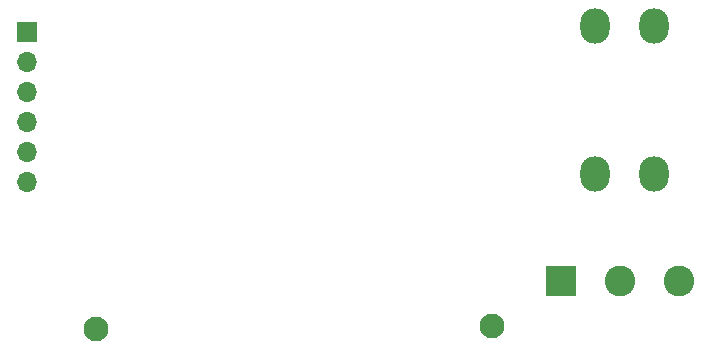
<source format=gbs>
%TF.GenerationSoftware,KiCad,Pcbnew,(5.1.10)-1*%
%TF.CreationDate,2021-09-30T00:23:06-04:00*%
%TF.ProjectId,soil_sensor,736f696c-5f73-4656-9e73-6f722e6b6963,rev?*%
%TF.SameCoordinates,Original*%
%TF.FileFunction,Soldermask,Bot*%
%TF.FilePolarity,Negative*%
%FSLAX46Y46*%
G04 Gerber Fmt 4.6, Leading zero omitted, Abs format (unit mm)*
G04 Created by KiCad (PCBNEW (5.1.10)-1) date 2021-09-30 00:23:06*
%MOMM*%
%LPD*%
G01*
G04 APERTURE LIST*
%ADD10C,2.100000*%
%ADD11O,1.700000X1.700000*%
%ADD12R,1.700000X1.700000*%
%ADD13O,2.500000X3.000000*%
%ADD14C,2.600000*%
%ADD15R,2.600000X2.600000*%
G04 APERTURE END LIST*
D10*
%TO.C,H2*%
X165100000Y-131826000D03*
%TD*%
%TO.C,H1*%
X131572000Y-132080000D03*
%TD*%
D11*
%TO.C,J3*%
X125730000Y-119634000D03*
X125730000Y-117094000D03*
X125730000Y-114554000D03*
X125730000Y-112014000D03*
X125730000Y-109474000D03*
D12*
X125730000Y-106934000D03*
%TD*%
D13*
%TO.C,SW1*%
X173816000Y-106426000D03*
X178816000Y-106426000D03*
X173816000Y-118926000D03*
X178816000Y-118926000D03*
%TD*%
D14*
%TO.C,J2*%
X180942000Y-128016000D03*
X175942000Y-128016000D03*
D15*
X170942000Y-128016000D03*
%TD*%
M02*

</source>
